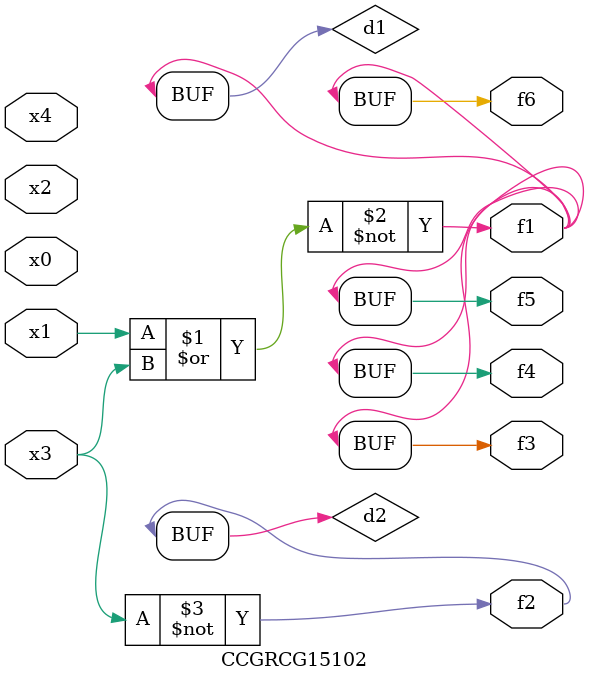
<source format=v>
module CCGRCG15102(
	input x0, x1, x2, x3, x4,
	output f1, f2, f3, f4, f5, f6
);

	wire d1, d2;

	nor (d1, x1, x3);
	not (d2, x3);
	assign f1 = d1;
	assign f2 = d2;
	assign f3 = d1;
	assign f4 = d1;
	assign f5 = d1;
	assign f6 = d1;
endmodule

</source>
